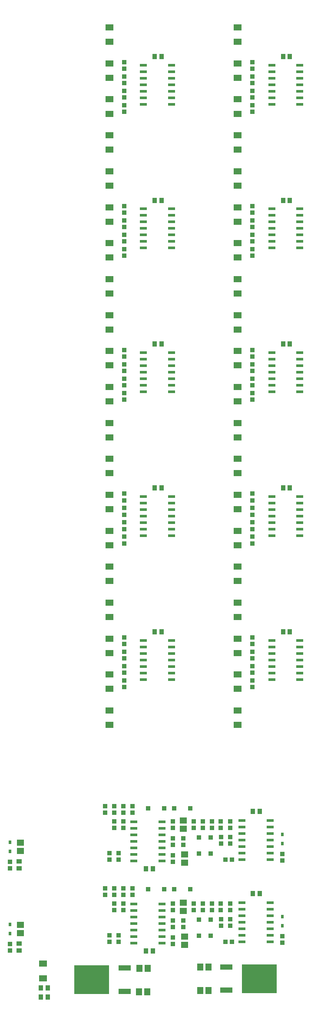
<source format=gtp>
G04*
G04 #@! TF.GenerationSoftware,Altium Limited,Altium Designer,23.10.1 (27)*
G04*
G04 Layer_Color=8421504*
%FSLAX25Y25*%
%MOIN*%
G70*
G04*
G04 #@! TF.SameCoordinates,DEC2BE8A-3C9D-4CA9-A4ED-9AED73E2F86B*
G04*
G04*
G04 #@! TF.FilePolarity,Positive*
G04*
G01*
G75*
%ADD20R,0.26772X0.21850*%
%ADD21R,0.09449X0.03937*%
%ADD22R,0.05118X0.05512*%
%ADD23R,0.03543X0.03937*%
%ADD24R,0.06496X0.04724*%
%ADD25R,0.05512X0.05118*%
%ADD26R,0.03937X0.03543*%
%ADD27R,0.01968X0.03150*%
%ADD28R,0.03740X0.03347*%
%ADD29R,0.05709X0.02362*%
%ADD30R,0.03543X0.03740*%
%ADD31R,0.03347X0.03740*%
%ADD32R,0.03740X0.03543*%
D20*
X243000Y50000D02*
D03*
X114431Y49047D02*
D03*
D21*
X217803Y41024D02*
D03*
Y58976D02*
D03*
X139627Y58024D02*
D03*
Y40071D02*
D03*
D22*
X197850Y59000D02*
D03*
X204150D02*
D03*
X197850Y41000D02*
D03*
X204150D02*
D03*
X157299Y57843D02*
D03*
X151000D02*
D03*
X157150Y39843D02*
D03*
X150850D02*
D03*
D23*
X80657Y35843D02*
D03*
X75343D02*
D03*
X80658Y42843D02*
D03*
X75343D02*
D03*
X266602Y756913D02*
D03*
X261287D02*
D03*
X168177D02*
D03*
X162862D02*
D03*
X168177Y646677D02*
D03*
X162862D02*
D03*
X266602D02*
D03*
X261287D02*
D03*
X266602Y536441D02*
D03*
X261287D02*
D03*
X168177D02*
D03*
X162862D02*
D03*
X168177Y426205D02*
D03*
X162862D02*
D03*
X266602D02*
D03*
X261287D02*
D03*
X266602Y315968D02*
D03*
X261287D02*
D03*
X168177D02*
D03*
X162862D02*
D03*
X238012Y115110D02*
D03*
X243327D02*
D03*
X156012Y71110D02*
D03*
X161327D02*
D03*
X238012Y178102D02*
D03*
X243327D02*
D03*
X156012Y134102D02*
D03*
X161327D02*
D03*
D24*
X77000Y50331D02*
D03*
Y61354D02*
D03*
X226378Y768110D02*
D03*
Y779134D02*
D03*
Y740551D02*
D03*
Y751575D02*
D03*
Y712992D02*
D03*
Y724016D02*
D03*
Y685433D02*
D03*
Y696456D02*
D03*
X127953Y768110D02*
D03*
Y779134D02*
D03*
Y740551D02*
D03*
Y751575D02*
D03*
Y712992D02*
D03*
Y724016D02*
D03*
Y685433D02*
D03*
Y696456D02*
D03*
Y657874D02*
D03*
Y668898D02*
D03*
Y630315D02*
D03*
Y641339D02*
D03*
Y602756D02*
D03*
Y613779D02*
D03*
Y575197D02*
D03*
Y586220D02*
D03*
X226378Y657874D02*
D03*
Y668898D02*
D03*
Y630315D02*
D03*
Y641339D02*
D03*
Y602756D02*
D03*
Y613779D02*
D03*
Y575197D02*
D03*
Y586220D02*
D03*
Y547638D02*
D03*
Y558661D02*
D03*
Y520079D02*
D03*
Y531102D02*
D03*
Y492520D02*
D03*
Y503543D02*
D03*
Y464961D02*
D03*
Y475984D02*
D03*
X127953Y547638D02*
D03*
Y558661D02*
D03*
Y520079D02*
D03*
Y531102D02*
D03*
Y492520D02*
D03*
Y503543D02*
D03*
Y464961D02*
D03*
Y475984D02*
D03*
Y437402D02*
D03*
Y448425D02*
D03*
Y409842D02*
D03*
Y420866D02*
D03*
Y382283D02*
D03*
Y393307D02*
D03*
Y354724D02*
D03*
Y365748D02*
D03*
X226378Y437402D02*
D03*
Y448425D02*
D03*
Y409842D02*
D03*
Y420866D02*
D03*
Y382283D02*
D03*
Y393307D02*
D03*
Y354724D02*
D03*
Y365748D02*
D03*
Y327165D02*
D03*
Y338189D02*
D03*
Y299606D02*
D03*
Y310630D02*
D03*
Y272047D02*
D03*
Y283071D02*
D03*
Y244488D02*
D03*
Y255512D02*
D03*
X127953Y244488D02*
D03*
Y255512D02*
D03*
Y272047D02*
D03*
Y283071D02*
D03*
Y299606D02*
D03*
Y310630D02*
D03*
Y327165D02*
D03*
Y338189D02*
D03*
D25*
X59669Y91260D02*
D03*
Y84961D02*
D03*
Y154252D02*
D03*
Y147953D02*
D03*
X184669Y108260D02*
D03*
Y101961D02*
D03*
X185669Y75961D02*
D03*
Y82260D02*
D03*
X184669Y171252D02*
D03*
Y164953D02*
D03*
X185669Y138953D02*
D03*
Y145252D02*
D03*
D26*
X58669Y71453D02*
D03*
Y76768D02*
D03*
Y134445D02*
D03*
Y139760D02*
D03*
D27*
X51669Y91654D02*
D03*
Y84567D02*
D03*
Y154646D02*
D03*
Y147559D02*
D03*
X260669Y90567D02*
D03*
Y97654D02*
D03*
Y153559D02*
D03*
Y160646D02*
D03*
D28*
X237945Y747354D02*
D03*
Y752472D02*
D03*
Y736354D02*
D03*
Y741472D02*
D03*
Y725354D02*
D03*
Y730472D02*
D03*
Y714354D02*
D03*
Y719472D02*
D03*
X139520Y747354D02*
D03*
Y752472D02*
D03*
Y736354D02*
D03*
Y741472D02*
D03*
Y725354D02*
D03*
Y730472D02*
D03*
Y714354D02*
D03*
Y719472D02*
D03*
Y637118D02*
D03*
Y642236D02*
D03*
Y626118D02*
D03*
Y631236D02*
D03*
Y615118D02*
D03*
Y620236D02*
D03*
Y604118D02*
D03*
Y609236D02*
D03*
X237945Y637118D02*
D03*
Y642236D02*
D03*
Y626118D02*
D03*
Y631236D02*
D03*
Y615118D02*
D03*
Y620236D02*
D03*
Y604118D02*
D03*
Y609236D02*
D03*
Y526882D02*
D03*
Y532000D02*
D03*
Y515882D02*
D03*
Y521000D02*
D03*
Y504882D02*
D03*
Y510000D02*
D03*
Y493882D02*
D03*
Y499000D02*
D03*
X139520Y526882D02*
D03*
Y532000D02*
D03*
Y515882D02*
D03*
Y521000D02*
D03*
Y504882D02*
D03*
Y510000D02*
D03*
Y493882D02*
D03*
Y499000D02*
D03*
Y416646D02*
D03*
Y421764D02*
D03*
Y405646D02*
D03*
Y410764D02*
D03*
Y394646D02*
D03*
Y399764D02*
D03*
Y383646D02*
D03*
Y388764D02*
D03*
X237945Y416646D02*
D03*
Y421764D02*
D03*
Y405646D02*
D03*
Y410764D02*
D03*
Y394646D02*
D03*
Y399764D02*
D03*
Y383646D02*
D03*
Y388764D02*
D03*
Y306409D02*
D03*
Y311528D02*
D03*
Y295409D02*
D03*
Y300528D02*
D03*
Y284409D02*
D03*
Y289528D02*
D03*
Y273409D02*
D03*
Y278528D02*
D03*
X139520Y306409D02*
D03*
Y311528D02*
D03*
Y295409D02*
D03*
Y300528D02*
D03*
Y284409D02*
D03*
Y289528D02*
D03*
Y273409D02*
D03*
Y278528D02*
D03*
X176669Y102551D02*
D03*
Y107669D02*
D03*
X135168Y83261D02*
D03*
Y78143D02*
D03*
X128169Y83261D02*
D03*
Y78143D02*
D03*
X138669Y102551D02*
D03*
Y107669D02*
D03*
X220669Y102551D02*
D03*
Y107669D02*
D03*
Y90551D02*
D03*
Y95669D02*
D03*
X145669Y114071D02*
D03*
Y119189D02*
D03*
X51669Y76669D02*
D03*
Y71551D02*
D03*
X138669Y114071D02*
D03*
Y119189D02*
D03*
X192669Y102551D02*
D03*
Y107669D02*
D03*
X184669Y89551D02*
D03*
Y94669D02*
D03*
X131669Y102551D02*
D03*
Y107669D02*
D03*
X199669Y102551D02*
D03*
Y107669D02*
D03*
X213476Y107567D02*
D03*
Y102449D02*
D03*
X131669Y114071D02*
D03*
Y119189D02*
D03*
X206669Y107669D02*
D03*
Y102551D02*
D03*
X176669Y81669D02*
D03*
Y76551D02*
D03*
X124669Y114071D02*
D03*
Y119189D02*
D03*
X213669Y95669D02*
D03*
Y90551D02*
D03*
X260669Y77551D02*
D03*
Y82670D02*
D03*
X176669Y94669D02*
D03*
Y89551D02*
D03*
X176669Y165543D02*
D03*
Y170661D02*
D03*
X135169Y146253D02*
D03*
Y141135D02*
D03*
X128169Y146253D02*
D03*
Y141135D02*
D03*
X138669Y165543D02*
D03*
Y170661D02*
D03*
X220669Y165543D02*
D03*
Y170661D02*
D03*
Y153543D02*
D03*
Y158661D02*
D03*
X145669Y177063D02*
D03*
Y182181D02*
D03*
X51669Y139661D02*
D03*
Y134543D02*
D03*
X138669Y177063D02*
D03*
Y182181D02*
D03*
X192669Y165543D02*
D03*
Y170661D02*
D03*
X184669Y152543D02*
D03*
Y157661D02*
D03*
X131669Y165543D02*
D03*
Y170661D02*
D03*
X199669Y165543D02*
D03*
Y170661D02*
D03*
X213475Y170559D02*
D03*
Y165441D02*
D03*
X131669Y177063D02*
D03*
Y182181D02*
D03*
X206669Y170661D02*
D03*
Y165543D02*
D03*
X176669Y144661D02*
D03*
Y139543D02*
D03*
X124669Y177063D02*
D03*
Y182181D02*
D03*
X213669Y158661D02*
D03*
Y153543D02*
D03*
X260669Y140543D02*
D03*
Y145661D02*
D03*
X176669Y157661D02*
D03*
Y152543D02*
D03*
D29*
X274161Y720252D02*
D03*
Y725252D02*
D03*
Y730252D02*
D03*
Y735252D02*
D03*
Y740252D02*
D03*
Y745252D02*
D03*
Y750252D02*
D03*
X252705Y720252D02*
D03*
Y725252D02*
D03*
Y730252D02*
D03*
Y735252D02*
D03*
Y740252D02*
D03*
Y745252D02*
D03*
Y750252D02*
D03*
X175736Y720252D02*
D03*
Y725252D02*
D03*
Y730252D02*
D03*
Y735252D02*
D03*
Y740252D02*
D03*
Y745252D02*
D03*
Y750252D02*
D03*
X154280Y720252D02*
D03*
Y725252D02*
D03*
Y730252D02*
D03*
Y735252D02*
D03*
Y740252D02*
D03*
Y745252D02*
D03*
Y750252D02*
D03*
X175736Y610016D02*
D03*
Y615016D02*
D03*
Y620016D02*
D03*
Y625016D02*
D03*
Y630016D02*
D03*
Y635016D02*
D03*
Y640016D02*
D03*
X154280Y610016D02*
D03*
Y615016D02*
D03*
Y620016D02*
D03*
Y625016D02*
D03*
Y630016D02*
D03*
Y635016D02*
D03*
Y640016D02*
D03*
X274161Y610016D02*
D03*
Y615016D02*
D03*
Y620016D02*
D03*
Y625016D02*
D03*
Y630016D02*
D03*
Y635016D02*
D03*
Y640016D02*
D03*
X252705Y610016D02*
D03*
Y615016D02*
D03*
Y620016D02*
D03*
Y625016D02*
D03*
Y630016D02*
D03*
Y635016D02*
D03*
Y640016D02*
D03*
X274161Y499779D02*
D03*
Y504779D02*
D03*
Y509779D02*
D03*
Y514779D02*
D03*
Y519779D02*
D03*
Y524779D02*
D03*
Y529779D02*
D03*
X252705Y499779D02*
D03*
Y504779D02*
D03*
Y509779D02*
D03*
Y514779D02*
D03*
Y519779D02*
D03*
Y524779D02*
D03*
Y529779D02*
D03*
X175736Y499779D02*
D03*
Y504779D02*
D03*
Y509779D02*
D03*
Y514779D02*
D03*
Y519779D02*
D03*
Y524779D02*
D03*
Y529779D02*
D03*
X154280Y499779D02*
D03*
Y504779D02*
D03*
Y509779D02*
D03*
Y514779D02*
D03*
Y519779D02*
D03*
Y524779D02*
D03*
Y529779D02*
D03*
X175736Y389543D02*
D03*
Y394543D02*
D03*
Y399543D02*
D03*
Y404543D02*
D03*
Y409543D02*
D03*
Y414543D02*
D03*
Y419543D02*
D03*
X154280Y389543D02*
D03*
Y394543D02*
D03*
Y399543D02*
D03*
Y404543D02*
D03*
Y409543D02*
D03*
Y414543D02*
D03*
Y419543D02*
D03*
X274161Y389543D02*
D03*
Y394543D02*
D03*
Y399543D02*
D03*
Y404543D02*
D03*
Y409543D02*
D03*
Y414543D02*
D03*
Y419543D02*
D03*
X252705Y389543D02*
D03*
Y394543D02*
D03*
Y399543D02*
D03*
Y404543D02*
D03*
Y409543D02*
D03*
Y414543D02*
D03*
Y419543D02*
D03*
X274161Y279307D02*
D03*
Y284307D02*
D03*
Y289307D02*
D03*
Y294307D02*
D03*
Y299307D02*
D03*
Y304307D02*
D03*
Y309307D02*
D03*
X252705Y279307D02*
D03*
Y284307D02*
D03*
Y289307D02*
D03*
Y294307D02*
D03*
Y299307D02*
D03*
Y304307D02*
D03*
Y309307D02*
D03*
X175736Y279307D02*
D03*
Y284307D02*
D03*
Y289307D02*
D03*
Y294307D02*
D03*
Y299307D02*
D03*
Y304307D02*
D03*
Y309307D02*
D03*
X154280Y279307D02*
D03*
Y284307D02*
D03*
Y289307D02*
D03*
Y294307D02*
D03*
Y299307D02*
D03*
Y304307D02*
D03*
Y309307D02*
D03*
X229941Y108110D02*
D03*
Y103110D02*
D03*
Y98110D02*
D03*
Y93110D02*
D03*
Y88110D02*
D03*
Y83110D02*
D03*
Y78110D02*
D03*
X251398Y108110D02*
D03*
Y103110D02*
D03*
Y98110D02*
D03*
Y93110D02*
D03*
Y88110D02*
D03*
Y83110D02*
D03*
Y78110D02*
D03*
X146941Y107110D02*
D03*
Y102110D02*
D03*
Y97110D02*
D03*
Y92110D02*
D03*
Y87110D02*
D03*
Y82110D02*
D03*
Y77110D02*
D03*
X168398Y107110D02*
D03*
Y102110D02*
D03*
Y97110D02*
D03*
Y92110D02*
D03*
Y87110D02*
D03*
Y82110D02*
D03*
Y77110D02*
D03*
X229941Y171102D02*
D03*
Y166102D02*
D03*
Y161102D02*
D03*
Y156102D02*
D03*
Y151102D02*
D03*
Y146102D02*
D03*
Y141102D02*
D03*
X251398Y171102D02*
D03*
Y166102D02*
D03*
Y161102D02*
D03*
Y156102D02*
D03*
Y151102D02*
D03*
Y146102D02*
D03*
Y141102D02*
D03*
X146941Y170102D02*
D03*
Y165102D02*
D03*
Y160102D02*
D03*
Y155102D02*
D03*
Y150102D02*
D03*
Y145102D02*
D03*
Y140102D02*
D03*
X168398Y170102D02*
D03*
Y165102D02*
D03*
Y160102D02*
D03*
Y155102D02*
D03*
Y150102D02*
D03*
Y145102D02*
D03*
Y140102D02*
D03*
D30*
X157674Y118384D02*
D03*
X170075D02*
D03*
X177674D02*
D03*
X190075D02*
D03*
X157624Y180531D02*
D03*
X170026D02*
D03*
X177624D02*
D03*
X190026D02*
D03*
D31*
X222228Y78110D02*
D03*
X217110D02*
D03*
X222228Y141102D02*
D03*
X217110D02*
D03*
D32*
X205669Y95311D02*
D03*
Y82910D02*
D03*
X196669Y95311D02*
D03*
Y82910D02*
D03*
X205669Y158303D02*
D03*
Y145902D02*
D03*
X196669Y158303D02*
D03*
Y145902D02*
D03*
M02*

</source>
